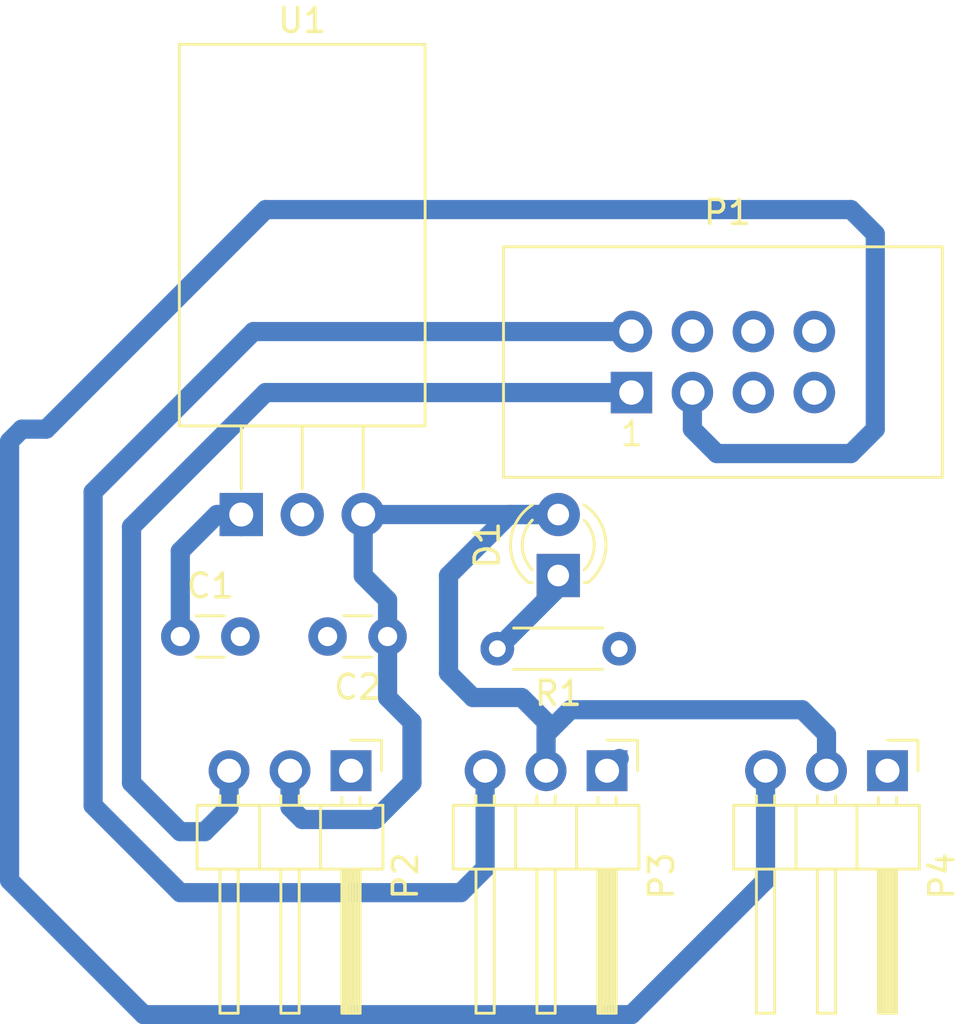
<source format=kicad_pcb>
(kicad_pcb (version 4) (host pcbnew 4.0.6-e0-6349~53~ubuntu16.04.1)

  (general
    (links 18)
    (no_connects 8)
    (area 128.771997 92.145 167.013 136.343001)
    (thickness 1.6)
    (drawings 0)
    (tracks 62)
    (zones 0)
    (modules 9)
    (nets 8)
  )

  (page A4)
  (title_block
    (title LM7805)
  )

  (layers
    (0 F.Cu signal)
    (31 B.Cu signal)
    (32 B.Adhes user)
    (33 F.Adhes user)
    (34 B.Paste user)
    (35 F.Paste user)
    (36 B.SilkS user)
    (37 F.SilkS user)
    (38 B.Mask user)
    (39 F.Mask user)
    (40 Dwgs.User user)
    (41 Cmts.User user)
    (42 Eco1.User user)
    (43 Eco2.User user)
    (44 Edge.Cuts user)
    (45 Margin user)
    (46 B.CrtYd user)
    (47 F.CrtYd user)
    (48 B.Fab user)
    (49 F.Fab user)
  )

  (setup
    (last_trace_width 0.8)
    (trace_clearance 0.8)
    (zone_clearance 0.508)
    (zone_45_only yes)
    (trace_min 0.2)
    (segment_width 0.2)
    (edge_width 0.15)
    (via_size 0.6)
    (via_drill 0.4)
    (via_min_size 0.4)
    (via_min_drill 0.3)
    (uvia_size 0.3)
    (uvia_drill 0.1)
    (uvias_allowed no)
    (uvia_min_size 0.2)
    (uvia_min_drill 0.1)
    (pcb_text_width 0.3)
    (pcb_text_size 1.5 1.5)
    (mod_edge_width 0.15)
    (mod_text_size 1 1)
    (mod_text_width 0.15)
    (pad_size 1.524 1.524)
    (pad_drill 0.762)
    (pad_to_mask_clearance 0.2)
    (aux_axis_origin 0 0)
    (visible_elements FFFFFF7F)
    (pcbplotparams
      (layerselection 0x00030_80000001)
      (usegerberextensions false)
      (excludeedgelayer true)
      (linewidth 0.100000)
      (plotframeref false)
      (viasonmask false)
      (mode 1)
      (useauxorigin false)
      (hpglpennumber 1)
      (hpglpenspeed 20)
      (hpglpendiameter 15)
      (hpglpenoverlay 2)
      (psnegative false)
      (psa4output false)
      (plotreference true)
      (plotvalue true)
      (plotinvisibletext false)
      (padsonsilk false)
      (subtractmaskfromsilk false)
      (outputformat 1)
      (mirror false)
      (drillshape 1)
      (scaleselection 1)
      (outputdirectory ""))
  )

  (net 0 "")
  (net 1 +BATT)
  (net 2 GND)
  (net 3 /+5v)
  (net 4 "Net-(D1-Pad1)")
  (net 5 /PD11)
  (net 6 /PD12)
  (net 7 /PD13)

  (net_class Default "This is the default net class."
    (clearance 0.8)
    (trace_width 0.8)
    (via_dia 0.6)
    (via_drill 0.4)
    (uvia_dia 0.3)
    (uvia_drill 0.1)
    (add_net +BATT)
    (add_net /+5v)
    (add_net /PD11)
    (add_net /PD12)
    (add_net /PD13)
    (add_net GND)
    (add_net "Net-(D1-Pad1)")
  )

  (module Pin_Headers:Pin_Header_Angled_1x03_Pitch2.54mm (layer F.Cu) (tedit 59650532) (tstamp 599F6E2B)
    (at 140.716 124.968 270)
    (descr "Through hole angled pin header, 1x03, 2.54mm pitch, 6mm pin length, single row")
    (tags "Through hole angled pin header THT 1x03 2.54mm single row")
    (path /599E1DCA)
    (fp_text reference P2 (at 4.385 -2.27 270) (layer F.SilkS)
      (effects (font (size 1 1) (thickness 0.15)))
    )
    (fp_text value CONN_01X03 (at 4.385 7.35 270) (layer F.Fab)
      (effects (font (size 1 1) (thickness 0.15)))
    )
    (fp_line (start 2.135 -1.27) (end 4.04 -1.27) (layer F.Fab) (width 0.1))
    (fp_line (start 4.04 -1.27) (end 4.04 6.35) (layer F.Fab) (width 0.1))
    (fp_line (start 4.04 6.35) (end 1.5 6.35) (layer F.Fab) (width 0.1))
    (fp_line (start 1.5 6.35) (end 1.5 -0.635) (layer F.Fab) (width 0.1))
    (fp_line (start 1.5 -0.635) (end 2.135 -1.27) (layer F.Fab) (width 0.1))
    (fp_line (start -0.32 -0.32) (end 1.5 -0.32) (layer F.Fab) (width 0.1))
    (fp_line (start -0.32 -0.32) (end -0.32 0.32) (layer F.Fab) (width 0.1))
    (fp_line (start -0.32 0.32) (end 1.5 0.32) (layer F.Fab) (width 0.1))
    (fp_line (start 4.04 -0.32) (end 10.04 -0.32) (layer F.Fab) (width 0.1))
    (fp_line (start 10.04 -0.32) (end 10.04 0.32) (layer F.Fab) (width 0.1))
    (fp_line (start 4.04 0.32) (end 10.04 0.32) (layer F.Fab) (width 0.1))
    (fp_line (start -0.32 2.22) (end 1.5 2.22) (layer F.Fab) (width 0.1))
    (fp_line (start -0.32 2.22) (end -0.32 2.86) (layer F.Fab) (width 0.1))
    (fp_line (start -0.32 2.86) (end 1.5 2.86) (layer F.Fab) (width 0.1))
    (fp_line (start 4.04 2.22) (end 10.04 2.22) (layer F.Fab) (width 0.1))
    (fp_line (start 10.04 2.22) (end 10.04 2.86) (layer F.Fab) (width 0.1))
    (fp_line (start 4.04 2.86) (end 10.04 2.86) (layer F.Fab) (width 0.1))
    (fp_line (start -0.32 4.76) (end 1.5 4.76) (layer F.Fab) (width 0.1))
    (fp_line (start -0.32 4.76) (end -0.32 5.4) (layer F.Fab) (width 0.1))
    (fp_line (start -0.32 5.4) (end 1.5 5.4) (layer F.Fab) (width 0.1))
    (fp_line (start 4.04 4.76) (end 10.04 4.76) (layer F.Fab) (width 0.1))
    (fp_line (start 10.04 4.76) (end 10.04 5.4) (layer F.Fab) (width 0.1))
    (fp_line (start 4.04 5.4) (end 10.04 5.4) (layer F.Fab) (width 0.1))
    (fp_line (start 1.44 -1.33) (end 1.44 6.41) (layer F.SilkS) (width 0.12))
    (fp_line (start 1.44 6.41) (end 4.1 6.41) (layer F.SilkS) (width 0.12))
    (fp_line (start 4.1 6.41) (end 4.1 -1.33) (layer F.SilkS) (width 0.12))
    (fp_line (start 4.1 -1.33) (end 1.44 -1.33) (layer F.SilkS) (width 0.12))
    (fp_line (start 4.1 -0.38) (end 10.1 -0.38) (layer F.SilkS) (width 0.12))
    (fp_line (start 10.1 -0.38) (end 10.1 0.38) (layer F.SilkS) (width 0.12))
    (fp_line (start 10.1 0.38) (end 4.1 0.38) (layer F.SilkS) (width 0.12))
    (fp_line (start 4.1 -0.32) (end 10.1 -0.32) (layer F.SilkS) (width 0.12))
    (fp_line (start 4.1 -0.2) (end 10.1 -0.2) (layer F.SilkS) (width 0.12))
    (fp_line (start 4.1 -0.08) (end 10.1 -0.08) (layer F.SilkS) (width 0.12))
    (fp_line (start 4.1 0.04) (end 10.1 0.04) (layer F.SilkS) (width 0.12))
    (fp_line (start 4.1 0.16) (end 10.1 0.16) (layer F.SilkS) (width 0.12))
    (fp_line (start 4.1 0.28) (end 10.1 0.28) (layer F.SilkS) (width 0.12))
    (fp_line (start 1.11 -0.38) (end 1.44 -0.38) (layer F.SilkS) (width 0.12))
    (fp_line (start 1.11 0.38) (end 1.44 0.38) (layer F.SilkS) (width 0.12))
    (fp_line (start 1.44 1.27) (end 4.1 1.27) (layer F.SilkS) (width 0.12))
    (fp_line (start 4.1 2.16) (end 10.1 2.16) (layer F.SilkS) (width 0.12))
    (fp_line (start 10.1 2.16) (end 10.1 2.92) (layer F.SilkS) (width 0.12))
    (fp_line (start 10.1 2.92) (end 4.1 2.92) (layer F.SilkS) (width 0.12))
    (fp_line (start 1.042929 2.16) (end 1.44 2.16) (layer F.SilkS) (width 0.12))
    (fp_line (start 1.042929 2.92) (end 1.44 2.92) (layer F.SilkS) (width 0.12))
    (fp_line (start 1.44 3.81) (end 4.1 3.81) (layer F.SilkS) (width 0.12))
    (fp_line (start 4.1 4.7) (end 10.1 4.7) (layer F.SilkS) (width 0.12))
    (fp_line (start 10.1 4.7) (end 10.1 5.46) (layer F.SilkS) (width 0.12))
    (fp_line (start 10.1 5.46) (end 4.1 5.46) (layer F.SilkS) (width 0.12))
    (fp_line (start 1.042929 4.7) (end 1.44 4.7) (layer F.SilkS) (width 0.12))
    (fp_line (start 1.042929 5.46) (end 1.44 5.46) (layer F.SilkS) (width 0.12))
    (fp_line (start -1.27 0) (end -1.27 -1.27) (layer F.SilkS) (width 0.12))
    (fp_line (start -1.27 -1.27) (end 0 -1.27) (layer F.SilkS) (width 0.12))
    (fp_line (start -1.8 -1.8) (end -1.8 6.85) (layer F.CrtYd) (width 0.05))
    (fp_line (start -1.8 6.85) (end 10.55 6.85) (layer F.CrtYd) (width 0.05))
    (fp_line (start 10.55 6.85) (end 10.55 -1.8) (layer F.CrtYd) (width 0.05))
    (fp_line (start 10.55 -1.8) (end -1.8 -1.8) (layer F.CrtYd) (width 0.05))
    (fp_text user %R (at 2.77 2.54 360) (layer F.Fab)
      (effects (font (size 1 1) (thickness 0.15)))
    )
    (pad 1 thru_hole rect (at 0 0 270) (size 1.7 1.7) (drill 1) (layers *.Cu *.Mask)
      (net 2 GND))
    (pad 2 thru_hole oval (at 0 2.54 270) (size 1.7 1.7) (drill 1) (layers *.Cu *.Mask)
      (net 3 /+5v))
    (pad 3 thru_hole oval (at 0 5.08 270) (size 1.7 1.7) (drill 1) (layers *.Cu *.Mask)
      (net 5 /PD11))
    (model ${KISYS3DMOD}/Pin_Headers.3dshapes/Pin_Header_Angled_1x03_Pitch2.54mm.wrl
      (at (xyz 0 0 0))
      (scale (xyz 1 1 1))
      (rotate (xyz 0 0 0))
    )
  )

  (module Pin_Headers:Pin_Header_Angled_1x03_Pitch2.54mm (layer F.Cu) (tedit 59650532) (tstamp 599F6E39)
    (at 163.068 124.968 270)
    (descr "Through hole angled pin header, 1x03, 2.54mm pitch, 6mm pin length, single row")
    (tags "Through hole angled pin header THT 1x03 2.54mm single row")
    (path /599E2099)
    (fp_text reference P4 (at 4.385 -2.27 270) (layer F.SilkS)
      (effects (font (size 1 1) (thickness 0.15)))
    )
    (fp_text value CONN_01X03 (at 4.385 7.35 270) (layer F.Fab)
      (effects (font (size 1 1) (thickness 0.15)))
    )
    (fp_line (start 2.135 -1.27) (end 4.04 -1.27) (layer F.Fab) (width 0.1))
    (fp_line (start 4.04 -1.27) (end 4.04 6.35) (layer F.Fab) (width 0.1))
    (fp_line (start 4.04 6.35) (end 1.5 6.35) (layer F.Fab) (width 0.1))
    (fp_line (start 1.5 6.35) (end 1.5 -0.635) (layer F.Fab) (width 0.1))
    (fp_line (start 1.5 -0.635) (end 2.135 -1.27) (layer F.Fab) (width 0.1))
    (fp_line (start -0.32 -0.32) (end 1.5 -0.32) (layer F.Fab) (width 0.1))
    (fp_line (start -0.32 -0.32) (end -0.32 0.32) (layer F.Fab) (width 0.1))
    (fp_line (start -0.32 0.32) (end 1.5 0.32) (layer F.Fab) (width 0.1))
    (fp_line (start 4.04 -0.32) (end 10.04 -0.32) (layer F.Fab) (width 0.1))
    (fp_line (start 10.04 -0.32) (end 10.04 0.32) (layer F.Fab) (width 0.1))
    (fp_line (start 4.04 0.32) (end 10.04 0.32) (layer F.Fab) (width 0.1))
    (fp_line (start -0.32 2.22) (end 1.5 2.22) (layer F.Fab) (width 0.1))
    (fp_line (start -0.32 2.22) (end -0.32 2.86) (layer F.Fab) (width 0.1))
    (fp_line (start -0.32 2.86) (end 1.5 2.86) (layer F.Fab) (width 0.1))
    (fp_line (start 4.04 2.22) (end 10.04 2.22) (layer F.Fab) (width 0.1))
    (fp_line (start 10.04 2.22) (end 10.04 2.86) (layer F.Fab) (width 0.1))
    (fp_line (start 4.04 2.86) (end 10.04 2.86) (layer F.Fab) (width 0.1))
    (fp_line (start -0.32 4.76) (end 1.5 4.76) (layer F.Fab) (width 0.1))
    (fp_line (start -0.32 4.76) (end -0.32 5.4) (layer F.Fab) (width 0.1))
    (fp_line (start -0.32 5.4) (end 1.5 5.4) (layer F.Fab) (width 0.1))
    (fp_line (start 4.04 4.76) (end 10.04 4.76) (layer F.Fab) (width 0.1))
    (fp_line (start 10.04 4.76) (end 10.04 5.4) (layer F.Fab) (width 0.1))
    (fp_line (start 4.04 5.4) (end 10.04 5.4) (layer F.Fab) (width 0.1))
    (fp_line (start 1.44 -1.33) (end 1.44 6.41) (layer F.SilkS) (width 0.12))
    (fp_line (start 1.44 6.41) (end 4.1 6.41) (layer F.SilkS) (width 0.12))
    (fp_line (start 4.1 6.41) (end 4.1 -1.33) (layer F.SilkS) (width 0.12))
    (fp_line (start 4.1 -1.33) (end 1.44 -1.33) (layer F.SilkS) (width 0.12))
    (fp_line (start 4.1 -0.38) (end 10.1 -0.38) (layer F.SilkS) (width 0.12))
    (fp_line (start 10.1 -0.38) (end 10.1 0.38) (layer F.SilkS) (width 0.12))
    (fp_line (start 10.1 0.38) (end 4.1 0.38) (layer F.SilkS) (width 0.12))
    (fp_line (start 4.1 -0.32) (end 10.1 -0.32) (layer F.SilkS) (width 0.12))
    (fp_line (start 4.1 -0.2) (end 10.1 -0.2) (layer F.SilkS) (width 0.12))
    (fp_line (start 4.1 -0.08) (end 10.1 -0.08) (layer F.SilkS) (width 0.12))
    (fp_line (start 4.1 0.04) (end 10.1 0.04) (layer F.SilkS) (width 0.12))
    (fp_line (start 4.1 0.16) (end 10.1 0.16) (layer F.SilkS) (width 0.12))
    (fp_line (start 4.1 0.28) (end 10.1 0.28) (layer F.SilkS) (width 0.12))
    (fp_line (start 1.11 -0.38) (end 1.44 -0.38) (layer F.SilkS) (width 0.12))
    (fp_line (start 1.11 0.38) (end 1.44 0.38) (layer F.SilkS) (width 0.12))
    (fp_line (start 1.44 1.27) (end 4.1 1.27) (layer F.SilkS) (width 0.12))
    (fp_line (start 4.1 2.16) (end 10.1 2.16) (layer F.SilkS) (width 0.12))
    (fp_line (start 10.1 2.16) (end 10.1 2.92) (layer F.SilkS) (width 0.12))
    (fp_line (start 10.1 2.92) (end 4.1 2.92) (layer F.SilkS) (width 0.12))
    (fp_line (start 1.042929 2.16) (end 1.44 2.16) (layer F.SilkS) (width 0.12))
    (fp_line (start 1.042929 2.92) (end 1.44 2.92) (layer F.SilkS) (width 0.12))
    (fp_line (start 1.44 3.81) (end 4.1 3.81) (layer F.SilkS) (width 0.12))
    (fp_line (start 4.1 4.7) (end 10.1 4.7) (layer F.SilkS) (width 0.12))
    (fp_line (start 10.1 4.7) (end 10.1 5.46) (layer F.SilkS) (width 0.12))
    (fp_line (start 10.1 5.46) (end 4.1 5.46) (layer F.SilkS) (width 0.12))
    (fp_line (start 1.042929 4.7) (end 1.44 4.7) (layer F.SilkS) (width 0.12))
    (fp_line (start 1.042929 5.46) (end 1.44 5.46) (layer F.SilkS) (width 0.12))
    (fp_line (start -1.27 0) (end -1.27 -1.27) (layer F.SilkS) (width 0.12))
    (fp_line (start -1.27 -1.27) (end 0 -1.27) (layer F.SilkS) (width 0.12))
    (fp_line (start -1.8 -1.8) (end -1.8 6.85) (layer F.CrtYd) (width 0.05))
    (fp_line (start -1.8 6.85) (end 10.55 6.85) (layer F.CrtYd) (width 0.05))
    (fp_line (start 10.55 6.85) (end 10.55 -1.8) (layer F.CrtYd) (width 0.05))
    (fp_line (start 10.55 -1.8) (end -1.8 -1.8) (layer F.CrtYd) (width 0.05))
    (fp_text user %R (at 2.77 2.54 360) (layer F.Fab)
      (effects (font (size 1 1) (thickness 0.15)))
    )
    (pad 1 thru_hole rect (at 0 0 270) (size 1.7 1.7) (drill 1) (layers *.Cu *.Mask)
      (net 2 GND))
    (pad 2 thru_hole oval (at 0 2.54 270) (size 1.7 1.7) (drill 1) (layers *.Cu *.Mask)
      (net 3 /+5v))
    (pad 3 thru_hole oval (at 0 5.08 270) (size 1.7 1.7) (drill 1) (layers *.Cu *.Mask)
      (net 7 /PD13))
    (model ${KISYS3DMOD}/Pin_Headers.3dshapes/Pin_Header_Angled_1x03_Pitch2.54mm.wrl
      (at (xyz 0 0 0))
      (scale (xyz 1 1 1))
      (rotate (xyz 0 0 0))
    )
  )

  (module TO_SOT_Packages_THT:TO-220_Horizontal (layer F.Cu) (tedit 58CE52AD) (tstamp 599F6E47)
    (at 136.144 114.3)
    (descr "TO-220, Horizontal, RM 2.54mm")
    (tags "TO-220 Horizontal RM 2.54mm")
    (path /599F81E7)
    (fp_text reference U1 (at 2.54 -20.58) (layer F.SilkS)
      (effects (font (size 1 1) (thickness 0.15)))
    )
    (fp_text value LM7805CT (at 2.54 1.9) (layer F.Fab)
      (effects (font (size 1 1) (thickness 0.15)))
    )
    (fp_text user %R (at 2.54 -20.58) (layer F.Fab)
      (effects (font (size 1 1) (thickness 0.15)))
    )
    (fp_line (start -2.46 -13.06) (end -2.46 -19.46) (layer F.Fab) (width 0.1))
    (fp_line (start -2.46 -19.46) (end 7.54 -19.46) (layer F.Fab) (width 0.1))
    (fp_line (start 7.54 -19.46) (end 7.54 -13.06) (layer F.Fab) (width 0.1))
    (fp_line (start 7.54 -13.06) (end -2.46 -13.06) (layer F.Fab) (width 0.1))
    (fp_line (start -2.46 -3.81) (end -2.46 -13.06) (layer F.Fab) (width 0.1))
    (fp_line (start -2.46 -13.06) (end 7.54 -13.06) (layer F.Fab) (width 0.1))
    (fp_line (start 7.54 -13.06) (end 7.54 -3.81) (layer F.Fab) (width 0.1))
    (fp_line (start 7.54 -3.81) (end -2.46 -3.81) (layer F.Fab) (width 0.1))
    (fp_line (start 0 -3.81) (end 0 0) (layer F.Fab) (width 0.1))
    (fp_line (start 2.54 -3.81) (end 2.54 0) (layer F.Fab) (width 0.1))
    (fp_line (start 5.08 -3.81) (end 5.08 0) (layer F.Fab) (width 0.1))
    (fp_line (start -2.58 -3.69) (end 7.66 -3.69) (layer F.SilkS) (width 0.12))
    (fp_line (start -2.58 -19.58) (end 7.66 -19.58) (layer F.SilkS) (width 0.12))
    (fp_line (start -2.58 -19.58) (end -2.58 -3.69) (layer F.SilkS) (width 0.12))
    (fp_line (start 7.66 -19.58) (end 7.66 -3.69) (layer F.SilkS) (width 0.12))
    (fp_line (start 0 -3.69) (end 0 -1.05) (layer F.SilkS) (width 0.12))
    (fp_line (start 2.54 -3.69) (end 2.54 -1.066) (layer F.SilkS) (width 0.12))
    (fp_line (start 5.08 -3.69) (end 5.08 -1.066) (layer F.SilkS) (width 0.12))
    (fp_line (start -2.71 -19.71) (end -2.71 1.15) (layer F.CrtYd) (width 0.05))
    (fp_line (start -2.71 1.15) (end 7.79 1.15) (layer F.CrtYd) (width 0.05))
    (fp_line (start 7.79 1.15) (end 7.79 -19.71) (layer F.CrtYd) (width 0.05))
    (fp_line (start 7.79 -19.71) (end -2.71 -19.71) (layer F.CrtYd) (width 0.05))
    (fp_circle (center 2.54 -16.66) (end 4.39 -16.66) (layer F.Fab) (width 0.1))
    (pad 0 np_thru_hole oval (at 2.54 -16.66) (size 3.5 3.5) (drill 3.5) (layers *.Cu *.Mask))
    (pad 1 thru_hole rect (at 0 0) (size 1.8 1.8) (drill 1) (layers *.Cu *.Mask)
      (net 1 +BATT))
    (pad 2 thru_hole oval (at 2.54 0) (size 1.8 1.8) (drill 1) (layers *.Cu *.Mask)
      (net 2 GND))
    (pad 3 thru_hole oval (at 5.08 0) (size 1.8 1.8) (drill 1) (layers *.Cu *.Mask)
      (net 3 /+5v))
    (model ${KISYS3DMOD}/TO_SOT_Packages_THT.3dshapes/TO-220_Horizontal.wrl
      (at (xyz 0.1 0 0))
      (scale (xyz 0.393701 0.393701 0.393701))
      (rotate (xyz 0 0 0))
    )
  )

  (module Capacitors_THT:C_Disc_D3.0mm_W1.6mm_P2.50mm (layer F.Cu) (tedit 597BC7C2) (tstamp 599F6E0C)
    (at 133.604 119.38)
    (descr "C, Disc series, Radial, pin pitch=2.50mm, , diameter*width=3.0*1.6mm^2, Capacitor, http://www.vishay.com/docs/45233/krseries.pdf")
    (tags "C Disc series Radial pin pitch 2.50mm  diameter 3.0mm width 1.6mm Capacitor")
    (path /599DF1B8)
    (fp_text reference C1 (at 1.25 -2.11) (layer F.SilkS)
      (effects (font (size 1 1) (thickness 0.15)))
    )
    (fp_text value "0.33 uF" (at 1.25 2.11) (layer F.Fab)
      (effects (font (size 1 1) (thickness 0.15)))
    )
    (fp_line (start -0.25 -0.8) (end -0.25 0.8) (layer F.Fab) (width 0.1))
    (fp_line (start -0.25 0.8) (end 2.75 0.8) (layer F.Fab) (width 0.1))
    (fp_line (start 2.75 0.8) (end 2.75 -0.8) (layer F.Fab) (width 0.1))
    (fp_line (start 2.75 -0.8) (end -0.25 -0.8) (layer F.Fab) (width 0.1))
    (fp_line (start 0.663 -0.861) (end 1.837 -0.861) (layer F.SilkS) (width 0.12))
    (fp_line (start 0.663 0.861) (end 1.837 0.861) (layer F.SilkS) (width 0.12))
    (fp_line (start -1.05 -1.15) (end -1.05 1.15) (layer F.CrtYd) (width 0.05))
    (fp_line (start -1.05 1.15) (end 3.55 1.15) (layer F.CrtYd) (width 0.05))
    (fp_line (start 3.55 1.15) (end 3.55 -1.15) (layer F.CrtYd) (width 0.05))
    (fp_line (start 3.55 -1.15) (end -1.05 -1.15) (layer F.CrtYd) (width 0.05))
    (fp_text user %R (at 1.25 0) (layer F.Fab)
      (effects (font (size 1 1) (thickness 0.15)))
    )
    (pad 1 thru_hole circle (at 0 0) (size 1.6 1.6) (drill 0.8) (layers *.Cu *.Mask)
      (net 1 +BATT))
    (pad 2 thru_hole circle (at 2.5 0) (size 1.6 1.6) (drill 0.8) (layers *.Cu *.Mask)
      (net 2 GND))
    (model ${KISYS3DMOD}/Capacitors_THT.3dshapes/C_Disc_D3.0mm_W1.6mm_P2.50mm.wrl
      (at (xyz 0 0 0))
      (scale (xyz 1 1 1))
      (rotate (xyz 0 0 0))
    )
  )

  (module Capacitors_THT:C_Disc_D3.0mm_W1.6mm_P2.50mm (layer F.Cu) (tedit 59A0ACCB) (tstamp 599F6E12)
    (at 142.24 119.38 180)
    (descr "C, Disc series, Radial, pin pitch=2.50mm, , diameter*width=3.0*1.6mm^2, Capacitor, http://www.vishay.com/docs/45233/krseries.pdf")
    (tags "C Disc series Radial pin pitch 2.50mm  diameter 3.0mm width 1.6mm Capacitor")
    (path /599DF389)
    (fp_text reference C2 (at 1.25 -2.11 180) (layer F.SilkS)
      (effects (font (size 1 1) (thickness 0.15)))
    )
    (fp_text value "0.1 uF" (at 1.25 2.11 180) (layer F.Fab)
      (effects (font (size 1 1) (thickness 0.15)))
    )
    (fp_line (start -0.25 -0.8) (end -0.25 0.8) (layer F.Fab) (width 0.1))
    (fp_line (start -0.25 0.8) (end 2.75 0.8) (layer F.Fab) (width 0.1))
    (fp_line (start 2.75 0.8) (end 2.75 -0.8) (layer F.Fab) (width 0.1))
    (fp_line (start 2.75 -0.8) (end -0.25 -0.8) (layer F.Fab) (width 0.1))
    (fp_line (start 0.663 -0.861) (end 1.837 -0.861) (layer F.SilkS) (width 0.12))
    (fp_line (start 0.663 0.861) (end 1.837 0.861) (layer F.SilkS) (width 0.12))
    (fp_line (start -1.05 -1.15) (end -1.05 1.15) (layer F.CrtYd) (width 0.05))
    (fp_line (start -1.05 1.15) (end 3.55 1.15) (layer F.CrtYd) (width 0.05))
    (fp_line (start 3.55 1.15) (end 3.55 -1.15) (layer F.CrtYd) (width 0.05))
    (fp_line (start 3.55 -1.15) (end -1.05 -1.15) (layer F.CrtYd) (width 0.05))
    (fp_text user %R (at 1.25 0 450) (layer F.Fab)
      (effects (font (size 1 1) (thickness 0.15)))
    )
    (pad 1 thru_hole circle (at 0 0 180) (size 1.6 1.6) (drill 0.8) (layers *.Cu *.Mask)
      (net 3 /+5v))
    (pad 2 thru_hole circle (at 2.5 0 180) (size 1.6 1.6) (drill 0.8) (layers *.Cu *.Mask)
      (net 2 GND))
    (model ${KISYS3DMOD}/Capacitors_THT.3dshapes/C_Disc_D3.0mm_W1.6mm_P2.50mm.wrl
      (at (xyz 0 0 0))
      (scale (xyz 1 1 1))
      (rotate (xyz 0 0 0))
    )
  )

  (module LEDs:LED_D3.0mm (layer F.Cu) (tedit 587A3A7B) (tstamp 599F6E18)
    (at 149.352 116.84 90)
    (descr "LED, diameter 3.0mm, 2 pins")
    (tags "LED diameter 3.0mm 2 pins")
    (path /599F4B2B)
    (fp_text reference D1 (at 1.27 -2.96 90) (layer F.SilkS)
      (effects (font (size 1 1) (thickness 0.15)))
    )
    (fp_text value LED (at 1.27 2.96 90) (layer F.Fab)
      (effects (font (size 1 1) (thickness 0.15)))
    )
    (fp_arc (start 1.27 0) (end -0.23 -1.16619) (angle 284.3) (layer F.Fab) (width 0.1))
    (fp_arc (start 1.27 0) (end -0.29 -1.235516) (angle 108.8) (layer F.SilkS) (width 0.12))
    (fp_arc (start 1.27 0) (end -0.29 1.235516) (angle -108.8) (layer F.SilkS) (width 0.12))
    (fp_arc (start 1.27 0) (end 0.229039 -1.08) (angle 87.9) (layer F.SilkS) (width 0.12))
    (fp_arc (start 1.27 0) (end 0.229039 1.08) (angle -87.9) (layer F.SilkS) (width 0.12))
    (fp_circle (center 1.27 0) (end 2.77 0) (layer F.Fab) (width 0.1))
    (fp_line (start -0.23 -1.16619) (end -0.23 1.16619) (layer F.Fab) (width 0.1))
    (fp_line (start -0.29 -1.236) (end -0.29 -1.08) (layer F.SilkS) (width 0.12))
    (fp_line (start -0.29 1.08) (end -0.29 1.236) (layer F.SilkS) (width 0.12))
    (fp_line (start -1.15 -2.25) (end -1.15 2.25) (layer F.CrtYd) (width 0.05))
    (fp_line (start -1.15 2.25) (end 3.7 2.25) (layer F.CrtYd) (width 0.05))
    (fp_line (start 3.7 2.25) (end 3.7 -2.25) (layer F.CrtYd) (width 0.05))
    (fp_line (start 3.7 -2.25) (end -1.15 -2.25) (layer F.CrtYd) (width 0.05))
    (pad 1 thru_hole rect (at 0 0 90) (size 1.8 1.8) (drill 0.9) (layers *.Cu *.Mask)
      (net 4 "Net-(D1-Pad1)"))
    (pad 2 thru_hole circle (at 2.54 0 90) (size 1.8 1.8) (drill 0.9) (layers *.Cu *.Mask)
      (net 3 /+5v))
    (model ${KISYS3DMOD}/LEDs.3dshapes/LED_D3.0mm.wrl
      (at (xyz 0 0 0))
      (scale (xyz 0.393701 0.393701 0.393701))
      (rotate (xyz 0 0 0))
    )
  )

  (module Connectors:IDC_Header_Straight_8pins (layer F.Cu) (tedit 584BD46E) (tstamp 599F6E24)
    (at 152.4 109.22)
    (descr "8 pins through hole IDC header")
    (tags "IDC header socket VASCH")
    (path /599E0902)
    (fp_text reference P1 (at 4 -7.5) (layer F.SilkS)
      (effects (font (size 1 1) (thickness 0.15)))
    )
    (fp_text value CONN_02X04 (at 4 5) (layer F.Fab)
      (effects (font (size 1 1) (thickness 0.15)))
    )
    (fp_line (start -5.08 -5.82) (end 12.7 -5.82) (layer F.Fab) (width 0.1))
    (fp_line (start -4.54 -5.27) (end 12.14 -5.27) (layer F.Fab) (width 0.1))
    (fp_line (start -5.08 3.28) (end 12.7 3.28) (layer F.Fab) (width 0.1))
    (fp_line (start -4.54 2.73) (end 1.56 2.73) (layer F.Fab) (width 0.1))
    (fp_line (start 6.06 2.73) (end 12.14 2.73) (layer F.Fab) (width 0.1))
    (fp_line (start 1.56 2.73) (end 1.56 3.28) (layer F.Fab) (width 0.1))
    (fp_line (start 6.06 2.73) (end 6.06 3.28) (layer F.Fab) (width 0.1))
    (fp_line (start -5.08 -5.82) (end -5.08 3.28) (layer F.Fab) (width 0.1))
    (fp_line (start -4.54 -5.27) (end -4.54 2.73) (layer F.Fab) (width 0.1))
    (fp_line (start 12.7 -5.82) (end 12.7 3.28) (layer F.Fab) (width 0.1))
    (fp_line (start 12.14 -5.27) (end 12.14 2.73) (layer F.Fab) (width 0.1))
    (fp_line (start -5.08 -5.82) (end -4.54 -5.27) (layer F.Fab) (width 0.1))
    (fp_line (start 12.7 -5.82) (end 12.14 -5.27) (layer F.Fab) (width 0.1))
    (fp_line (start -5.08 3.28) (end -4.54 2.73) (layer F.Fab) (width 0.1))
    (fp_line (start 12.7 3.28) (end 12.14 2.73) (layer F.Fab) (width 0.1))
    (fp_line (start -5.58 -6.32) (end 13.2 -6.32) (layer F.CrtYd) (width 0.05))
    (fp_line (start 13.2 -6.32) (end 13.2 3.78) (layer F.CrtYd) (width 0.05))
    (fp_line (start 13.2 3.78) (end -5.58 3.78) (layer F.CrtYd) (width 0.05))
    (fp_line (start -5.58 3.78) (end -5.58 -6.32) (layer F.CrtYd) (width 0.05))
    (fp_text user 1 (at 0.02 1.72) (layer F.SilkS)
      (effects (font (size 1 1) (thickness 0.12)))
    )
    (fp_line (start -5.33 -6.07) (end 12.95 -6.07) (layer F.SilkS) (width 0.12))
    (fp_line (start 12.95 -6.07) (end 12.95 3.53) (layer F.SilkS) (width 0.12))
    (fp_line (start 12.95 3.53) (end -5.33 3.53) (layer F.SilkS) (width 0.12))
    (fp_line (start -5.33 3.53) (end -5.33 -6.07) (layer F.SilkS) (width 0.12))
    (pad 1 thru_hole rect (at 0 0) (size 1.7272 1.7272) (drill 1.016) (layers *.Cu *.Mask)
      (net 5 /PD11))
    (pad 2 thru_hole oval (at 0 -2.54) (size 1.7272 1.7272) (drill 1.016) (layers *.Cu *.Mask)
      (net 6 /PD12))
    (pad 3 thru_hole oval (at 2.54 0) (size 1.7272 1.7272) (drill 1.016) (layers *.Cu *.Mask)
      (net 7 /PD13))
    (pad 4 thru_hole oval (at 2.54 -2.54) (size 1.7272 1.7272) (drill 1.016) (layers *.Cu *.Mask))
    (pad 5 thru_hole oval (at 5.08 0) (size 1.7272 1.7272) (drill 1.016) (layers *.Cu *.Mask))
    (pad 6 thru_hole oval (at 5.08 -2.54) (size 1.7272 1.7272) (drill 1.016) (layers *.Cu *.Mask))
    (pad 7 thru_hole oval (at 7.62 0) (size 1.7272 1.7272) (drill 1.016) (layers *.Cu *.Mask)
      (net 2 GND))
    (pad 8 thru_hole oval (at 7.62 -2.54) (size 1.7272 1.7272) (drill 1.016) (layers *.Cu *.Mask)
      (net 2 GND))
  )

  (module Pin_Headers:Pin_Header_Angled_1x03_Pitch2.54mm (layer F.Cu) (tedit 59650532) (tstamp 599F6E32)
    (at 151.384 124.968 270)
    (descr "Through hole angled pin header, 1x03, 2.54mm pitch, 6mm pin length, single row")
    (tags "Through hole angled pin header THT 1x03 2.54mm single row")
    (path /599E1F43)
    (fp_text reference P3 (at 4.385 -2.27 270) (layer F.SilkS)
      (effects (font (size 1 1) (thickness 0.15)))
    )
    (fp_text value CONN_01X03 (at 4.385 7.35 270) (layer F.Fab)
      (effects (font (size 1 1) (thickness 0.15)))
    )
    (fp_line (start 2.135 -1.27) (end 4.04 -1.27) (layer F.Fab) (width 0.1))
    (fp_line (start 4.04 -1.27) (end 4.04 6.35) (layer F.Fab) (width 0.1))
    (fp_line (start 4.04 6.35) (end 1.5 6.35) (layer F.Fab) (width 0.1))
    (fp_line (start 1.5 6.35) (end 1.5 -0.635) (layer F.Fab) (width 0.1))
    (fp_line (start 1.5 -0.635) (end 2.135 -1.27) (layer F.Fab) (width 0.1))
    (fp_line (start -0.32 -0.32) (end 1.5 -0.32) (layer F.Fab) (width 0.1))
    (fp_line (start -0.32 -0.32) (end -0.32 0.32) (layer F.Fab) (width 0.1))
    (fp_line (start -0.32 0.32) (end 1.5 0.32) (layer F.Fab) (width 0.1))
    (fp_line (start 4.04 -0.32) (end 10.04 -0.32) (layer F.Fab) (width 0.1))
    (fp_line (start 10.04 -0.32) (end 10.04 0.32) (layer F.Fab) (width 0.1))
    (fp_line (start 4.04 0.32) (end 10.04 0.32) (layer F.Fab) (width 0.1))
    (fp_line (start -0.32 2.22) (end 1.5 2.22) (layer F.Fab) (width 0.1))
    (fp_line (start -0.32 2.22) (end -0.32 2.86) (layer F.Fab) (width 0.1))
    (fp_line (start -0.32 2.86) (end 1.5 2.86) (layer F.Fab) (width 0.1))
    (fp_line (start 4.04 2.22) (end 10.04 2.22) (layer F.Fab) (width 0.1))
    (fp_line (start 10.04 2.22) (end 10.04 2.86) (layer F.Fab) (width 0.1))
    (fp_line (start 4.04 2.86) (end 10.04 2.86) (layer F.Fab) (width 0.1))
    (fp_line (start -0.32 4.76) (end 1.5 4.76) (layer F.Fab) (width 0.1))
    (fp_line (start -0.32 4.76) (end -0.32 5.4) (layer F.Fab) (width 0.1))
    (fp_line (start -0.32 5.4) (end 1.5 5.4) (layer F.Fab) (width 0.1))
    (fp_line (start 4.04 4.76) (end 10.04 4.76) (layer F.Fab) (width 0.1))
    (fp_line (start 10.04 4.76) (end 10.04 5.4) (layer F.Fab) (width 0.1))
    (fp_line (start 4.04 5.4) (end 10.04 5.4) (layer F.Fab) (width 0.1))
    (fp_line (start 1.44 -1.33) (end 1.44 6.41) (layer F.SilkS) (width 0.12))
    (fp_line (start 1.44 6.41) (end 4.1 6.41) (layer F.SilkS) (width 0.12))
    (fp_line (start 4.1 6.41) (end 4.1 -1.33) (layer F.SilkS) (width 0.12))
    (fp_line (start 4.1 -1.33) (end 1.44 -1.33) (layer F.SilkS) (width 0.12))
    (fp_line (start 4.1 -0.38) (end 10.1 -0.38) (layer F.SilkS) (width 0.12))
    (fp_line (start 10.1 -0.38) (end 10.1 0.38) (layer F.SilkS) (width 0.12))
    (fp_line (start 10.1 0.38) (end 4.1 0.38) (layer F.SilkS) (width 0.12))
    (fp_line (start 4.1 -0.32) (end 10.1 -0.32) (layer F.SilkS) (width 0.12))
    (fp_line (start 4.1 -0.2) (end 10.1 -0.2) (layer F.SilkS) (width 0.12))
    (fp_line (start 4.1 -0.08) (end 10.1 -0.08) (layer F.SilkS) (width 0.12))
    (fp_line (start 4.1 0.04) (end 10.1 0.04) (layer F.SilkS) (width 0.12))
    (fp_line (start 4.1 0.16) (end 10.1 0.16) (layer F.SilkS) (width 0.12))
    (fp_line (start 4.1 0.28) (end 10.1 0.28) (layer F.SilkS) (width 0.12))
    (fp_line (start 1.11 -0.38) (end 1.44 -0.38) (layer F.SilkS) (width 0.12))
    (fp_line (start 1.11 0.38) (end 1.44 0.38) (layer F.SilkS) (width 0.12))
    (fp_line (start 1.44 1.27) (end 4.1 1.27) (layer F.SilkS) (width 0.12))
    (fp_line (start 4.1 2.16) (end 10.1 2.16) (layer F.SilkS) (width 0.12))
    (fp_line (start 10.1 2.16) (end 10.1 2.92) (layer F.SilkS) (width 0.12))
    (fp_line (start 10.1 2.92) (end 4.1 2.92) (layer F.SilkS) (width 0.12))
    (fp_line (start 1.042929 2.16) (end 1.44 2.16) (layer F.SilkS) (width 0.12))
    (fp_line (start 1.042929 2.92) (end 1.44 2.92) (layer F.SilkS) (width 0.12))
    (fp_line (start 1.44 3.81) (end 4.1 3.81) (layer F.SilkS) (width 0.12))
    (fp_line (start 4.1 4.7) (end 10.1 4.7) (layer F.SilkS) (width 0.12))
    (fp_line (start 10.1 4.7) (end 10.1 5.46) (layer F.SilkS) (width 0.12))
    (fp_line (start 10.1 5.46) (end 4.1 5.46) (layer F.SilkS) (width 0.12))
    (fp_line (start 1.042929 4.7) (end 1.44 4.7) (layer F.SilkS) (width 0.12))
    (fp_line (start 1.042929 5.46) (end 1.44 5.46) (layer F.SilkS) (width 0.12))
    (fp_line (start -1.27 0) (end -1.27 -1.27) (layer F.SilkS) (width 0.12))
    (fp_line (start -1.27 -1.27) (end 0 -1.27) (layer F.SilkS) (width 0.12))
    (fp_line (start -1.8 -1.8) (end -1.8 6.85) (layer F.CrtYd) (width 0.05))
    (fp_line (start -1.8 6.85) (end 10.55 6.85) (layer F.CrtYd) (width 0.05))
    (fp_line (start 10.55 6.85) (end 10.55 -1.8) (layer F.CrtYd) (width 0.05))
    (fp_line (start 10.55 -1.8) (end -1.8 -1.8) (layer F.CrtYd) (width 0.05))
    (fp_text user %R (at 2.77 2.54 360) (layer F.Fab)
      (effects (font (size 1 1) (thickness 0.15)))
    )
    (pad 1 thru_hole rect (at 0 0 270) (size 1.7 1.7) (drill 1) (layers *.Cu *.Mask)
      (net 2 GND))
    (pad 2 thru_hole oval (at 0 2.54 270) (size 1.7 1.7) (drill 1) (layers *.Cu *.Mask)
      (net 3 /+5v))
    (pad 3 thru_hole oval (at 0 5.08 270) (size 1.7 1.7) (drill 1) (layers *.Cu *.Mask)
      (net 6 /PD12))
    (model ${KISYS3DMOD}/Pin_Headers.3dshapes/Pin_Header_Angled_1x03_Pitch2.54mm.wrl
      (at (xyz 0 0 0))
      (scale (xyz 1 1 1))
      (rotate (xyz 0 0 0))
    )
  )

  (module Resistors_THT:R_Axial_DIN0204_L3.6mm_D1.6mm_P5.08mm_Horizontal (layer F.Cu) (tedit 5874F706) (tstamp 599F6E3F)
    (at 151.892 119.888 180)
    (descr "Resistor, Axial_DIN0204 series, Axial, Horizontal, pin pitch=5.08mm, 0.16666666666666666W = 1/6W, length*diameter=3.6*1.6mm^2, http://cdn-reichelt.de/documents/datenblatt/B400/1_4W%23YAG.pdf")
    (tags "Resistor Axial_DIN0204 series Axial Horizontal pin pitch 5.08mm 0.16666666666666666W = 1/6W length 3.6mm diameter 1.6mm")
    (path /599F4B56)
    (fp_text reference R1 (at 2.54 -1.86 180) (layer F.SilkS)
      (effects (font (size 1 1) (thickness 0.15)))
    )
    (fp_text value R (at 2.54 1.86 180) (layer F.Fab)
      (effects (font (size 1 1) (thickness 0.15)))
    )
    (fp_line (start 0.74 -0.8) (end 0.74 0.8) (layer F.Fab) (width 0.1))
    (fp_line (start 0.74 0.8) (end 4.34 0.8) (layer F.Fab) (width 0.1))
    (fp_line (start 4.34 0.8) (end 4.34 -0.8) (layer F.Fab) (width 0.1))
    (fp_line (start 4.34 -0.8) (end 0.74 -0.8) (layer F.Fab) (width 0.1))
    (fp_line (start 0 0) (end 0.74 0) (layer F.Fab) (width 0.1))
    (fp_line (start 5.08 0) (end 4.34 0) (layer F.Fab) (width 0.1))
    (fp_line (start 0.68 -0.86) (end 4.4 -0.86) (layer F.SilkS) (width 0.12))
    (fp_line (start 0.68 0.86) (end 4.4 0.86) (layer F.SilkS) (width 0.12))
    (fp_line (start -0.95 -1.15) (end -0.95 1.15) (layer F.CrtYd) (width 0.05))
    (fp_line (start -0.95 1.15) (end 6.05 1.15) (layer F.CrtYd) (width 0.05))
    (fp_line (start 6.05 1.15) (end 6.05 -1.15) (layer F.CrtYd) (width 0.05))
    (fp_line (start 6.05 -1.15) (end -0.95 -1.15) (layer F.CrtYd) (width 0.05))
    (pad 1 thru_hole circle (at 0 0 180) (size 1.4 1.4) (drill 0.7) (layers *.Cu *.Mask)
      (net 2 GND))
    (pad 2 thru_hole oval (at 5.08 0 180) (size 1.4 1.4) (drill 0.7) (layers *.Cu *.Mask)
      (net 4 "Net-(D1-Pad1)"))
    (model ${KISYS3DMOD}/Resistors_THT.3dshapes/R_Axial_DIN0204_L3.6mm_D1.6mm_P5.08mm_Horizontal.wrl
      (at (xyz 0 0 0))
      (scale (xyz 0.393701 0.393701 0.393701))
      (rotate (xyz 0 0 0))
    )
  )

  (segment (start 136.144 114.3) (end 135.128 114.3) (width 0.8) (layer B.Cu) (net 1))
  (segment (start 133.604 115.824) (end 133.604 119.38) (width 0.8) (layer B.Cu) (net 1) (tstamp 59A0A56F))
  (segment (start 135.128 114.3) (end 133.604 115.824) (width 0.8) (layer B.Cu) (net 1) (tstamp 59A0A56E))
  (segment (start 136.144 114.3) (end 136.144 114.808) (width 0.8) (layer B.Cu) (net 1) (status 30))
  (segment (start 151.892 124.46) (end 151.384 124.968) (width 0.8) (layer B.Cu) (net 2) (tstamp 59A0B9AF))
  (segment (start 160.528 124.968) (end 160.528 123.444) (width 0.8) (layer B.Cu) (net 3))
  (segment (start 148.844 123.444) (end 148.844 124.968) (width 0.8) (layer B.Cu) (net 3) (tstamp 59A0BA8B))
  (segment (start 149.86 122.428) (end 148.844 123.444) (width 0.8) (layer B.Cu) (net 3) (tstamp 59A0BA87))
  (segment (start 159.512 122.428) (end 149.86 122.428) (width 0.8) (layer B.Cu) (net 3) (tstamp 59A0BA85))
  (segment (start 160.528 123.444) (end 159.512 122.428) (width 0.8) (layer B.Cu) (net 3) (tstamp 59A0BA80))
  (segment (start 149.352 114.3) (end 147.32 114.3) (width 0.8) (layer B.Cu) (net 3))
  (segment (start 148.844 122.936) (end 148.844 124.968) (width 0.8) (layer B.Cu) (net 3) (tstamp 59A0B841))
  (segment (start 147.828 121.92) (end 148.844 122.936) (width 0.8) (layer B.Cu) (net 3) (tstamp 59A0B83D))
  (segment (start 145.796 121.92) (end 147.828 121.92) (width 0.8) (layer B.Cu) (net 3) (tstamp 59A0B838))
  (segment (start 144.78 120.904) (end 145.796 121.92) (width 0.8) (layer B.Cu) (net 3) (tstamp 59A0B836))
  (segment (start 144.78 116.84) (end 144.78 120.904) (width 0.8) (layer B.Cu) (net 3) (tstamp 59A0B833))
  (segment (start 147.32 114.3) (end 144.78 116.84) (width 0.8) (layer B.Cu) (net 3) (tstamp 59A0B82E))
  (segment (start 141.224 114.3) (end 149.352 114.3) (width 0.8) (layer B.Cu) (net 3))
  (segment (start 142.24 119.38) (end 142.24 121.92) (width 0.8) (layer B.Cu) (net 3))
  (segment (start 138.176 126.492) (end 138.176 124.968) (width 0.8) (layer B.Cu) (net 3) (tstamp 59A0B556) (status 20))
  (segment (start 138.684 127) (end 138.176 126.492) (width 0.8) (layer B.Cu) (net 3) (tstamp 59A0B554))
  (segment (start 141.732 127) (end 138.684 127) (width 0.8) (layer B.Cu) (net 3) (tstamp 59A0B553))
  (segment (start 143.256 125.476) (end 141.732 127) (width 0.8) (layer B.Cu) (net 3) (tstamp 59A0B551))
  (segment (start 143.256 122.936) (end 143.256 125.476) (width 0.8) (layer B.Cu) (net 3) (tstamp 59A0B54D))
  (segment (start 142.24 121.92) (end 143.256 122.936) (width 0.8) (layer B.Cu) (net 3) (tstamp 59A0B54C))
  (segment (start 142.24 119.38) (end 142.24 119.888) (width 0.8) (layer B.Cu) (net 3))
  (segment (start 141.732 114.3) (end 141.224 114.3) (width 0.8) (layer B.Cu) (net 3) (tstamp 59A0AE34))
  (segment (start 141.224 114.3) (end 141.224 116.84) (width 0.8) (layer B.Cu) (net 3))
  (segment (start 141.224 116.84) (end 142.24 117.856) (width 0.8) (layer B.Cu) (net 3) (tstamp 59A0AD55))
  (segment (start 142.24 117.856) (end 142.24 119.38) (width 0.8) (layer B.Cu) (net 3) (tstamp 59A0AD56))
  (segment (start 141.224 114.3) (end 141.224 113.792) (width 0.8) (layer B.Cu) (net 3))
  (segment (start 149.352 116.84) (end 149.352 117.348) (width 0.8) (layer B.Cu) (net 4))
  (segment (start 149.352 117.348) (end 146.812 119.888) (width 0.8) (layer B.Cu) (net 4) (tstamp 59A0B790))
  (segment (start 152.4 109.22) (end 137.16 109.22) (width 0.8) (layer B.Cu) (net 5))
  (segment (start 135.636 126.492) (end 135.636 124.968) (width 0.8) (layer B.Cu) (net 5) (tstamp 59A0AF02) (status 20))
  (segment (start 134.62 127.508) (end 135.636 126.492) (width 0.8) (layer B.Cu) (net 5) (tstamp 59A0AEFE))
  (segment (start 133.604 127.508) (end 134.62 127.508) (width 0.8) (layer B.Cu) (net 5) (tstamp 59A0AEF8))
  (segment (start 131.572 125.476) (end 133.604 127.508) (width 0.8) (layer B.Cu) (net 5) (tstamp 59A0AEF6))
  (segment (start 131.572 114.808) (end 131.572 125.476) (width 0.8) (layer B.Cu) (net 5) (tstamp 59A0AEEF))
  (segment (start 137.16 109.22) (end 131.572 114.808) (width 0.8) (layer B.Cu) (net 5) (tstamp 59A0AED1))
  (segment (start 152.4 106.68) (end 136.652 106.68) (width 0.8) (layer B.Cu) (net 6))
  (segment (start 146.304 129.032) (end 146.304 124.968) (width 0.8) (layer B.Cu) (net 6) (tstamp 59A0AF3F) (status 20))
  (segment (start 145.288 130.048) (end 146.304 129.032) (width 0.8) (layer B.Cu) (net 6) (tstamp 59A0AF3E))
  (segment (start 133.604 130.048) (end 145.288 130.048) (width 0.8) (layer B.Cu) (net 6) (tstamp 59A0AF3B))
  (segment (start 129.971998 126.415998) (end 133.604 130.048) (width 0.8) (layer B.Cu) (net 6) (tstamp 59A0AF10))
  (segment (start 129.971998 113.360002) (end 129.971998 126.415998) (width 0.8) (layer B.Cu) (net 6) (tstamp 59A0AF0B))
  (segment (start 136.652 106.68) (end 129.971998 113.360002) (width 0.8) (layer B.Cu) (net 6) (tstamp 59A0AF07))
  (segment (start 154.94 109.22) (end 154.94 110.744) (width 0.8) (layer B.Cu) (net 7))
  (segment (start 157.988 129.54) (end 157.988 124.968) (width 0.8) (layer B.Cu) (net 7) (tstamp 59A0BB53))
  (segment (start 152.4 135.128) (end 157.988 129.54) (width 0.8) (layer B.Cu) (net 7) (tstamp 59A0BB4B))
  (segment (start 132.08 135.128) (end 152.4 135.128) (width 0.8) (layer B.Cu) (net 7) (tstamp 59A0BB40))
  (segment (start 126.492 129.54) (end 132.08 135.128) (width 0.8) (layer B.Cu) (net 7) (tstamp 59A0BB3C))
  (segment (start 126.492 111.252) (end 126.492 129.54) (width 0.8) (layer B.Cu) (net 7) (tstamp 59A0BB37))
  (segment (start 127 110.744) (end 126.492 111.252) (width 0.8) (layer B.Cu) (net 7) (tstamp 59A0BB32))
  (segment (start 128.016 110.744) (end 127 110.744) (width 0.8) (layer B.Cu) (net 7) (tstamp 59A0BB2A))
  (segment (start 137.16 101.6) (end 128.016 110.744) (width 0.8) (layer B.Cu) (net 7) (tstamp 59A0BB27))
  (segment (start 161.544 101.6) (end 137.16 101.6) (width 0.8) (layer B.Cu) (net 7) (tstamp 59A0BB23))
  (segment (start 162.56 102.616) (end 161.544 101.6) (width 0.8) (layer B.Cu) (net 7) (tstamp 59A0BB22))
  (segment (start 162.56 110.744) (end 162.56 102.616) (width 0.8) (layer B.Cu) (net 7) (tstamp 59A0BB13))
  (segment (start 161.544 111.76) (end 162.56 110.744) (width 0.8) (layer B.Cu) (net 7) (tstamp 59A0BB10))
  (segment (start 155.956 111.76) (end 161.544 111.76) (width 0.8) (layer B.Cu) (net 7) (tstamp 59A0BB0C))
  (segment (start 154.94 110.744) (end 155.956 111.76) (width 0.8) (layer B.Cu) (net 7) (tstamp 59A0BAEC))

)

</source>
